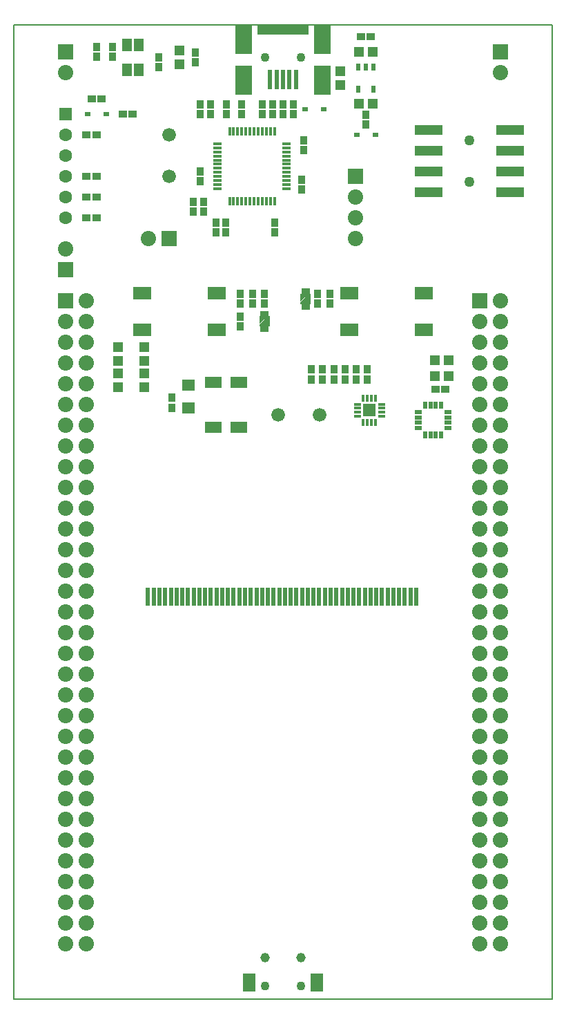
<source format=gts>
G04 Layer_Color=8388736*
%FSLAX43Y43*%
%MOMM*%
G71*
G01*
G75*
%ADD41C,0.127*%
%ADD79R,0.550X0.950*%
%ADD80R,0.950X0.550*%
%ADD81R,0.862X1.040*%
%ADD82R,6.300X1.300*%
%ADD83R,2.100X3.600*%
%ADD84R,0.608X2.400*%
%ADD85R,1.040X0.862*%
%ADD86R,1.300X1.200*%
%ADD87R,0.700X0.550*%
%ADD88R,1.200X1.300*%
%ADD89R,1.200X1.600*%
%ADD90R,1.116X0.913*%
%ADD91R,0.506X0.862*%
%ADD92R,2.260X1.620*%
%ADD93R,3.500X1.300*%
%ADD94R,1.624X1.370*%
%ADD95R,2.100X1.400*%
%ADD96R,1.100X0.300*%
%ADD97R,0.300X1.100*%
%ADD98R,0.500X2.300*%
%ADD99R,1.600X1.600*%
%ADD100R,0.400X0.900*%
%ADD101R,0.900X0.400*%
%ADD102R,1.878X1.878*%
%ADD103C,1.878*%
%ADD104C,1.100*%
%ADD105C,1.675*%
%ADD106C,1.600*%
%ADD107R,1.600X1.600*%
%ADD108C,1.268*%
%ADD109R,1.878X1.878*%
%ADD110C,1.150*%
%ADD111C,1.100*%
%ADD112R,1.500X2.300*%
G36*
X31360Y82670D02*
X30750Y83279D01*
X30140Y82670D01*
Y83635D01*
X31360D01*
Y82670D01*
D02*
G37*
G36*
Y82619D02*
Y82365D01*
X30140D01*
Y82619D01*
X30750Y83229D01*
X31360Y82619D01*
D02*
G37*
G36*
X36360Y85420D02*
X35750Y86029D01*
X35140Y85420D01*
Y86385D01*
X36360D01*
Y85420D01*
D02*
G37*
G36*
Y85369D02*
Y85115D01*
X35140D01*
Y85369D01*
X35750Y85979D01*
X36360Y85369D01*
D02*
G37*
D41*
X0Y0D02*
Y119300D01*
X66000D01*
Y0D02*
Y119300D01*
X0Y0D02*
X66000D01*
D79*
X50440Y72700D02*
D03*
X51090D02*
D03*
X51740D02*
D03*
X52390D02*
D03*
Y69100D02*
D03*
X51740D02*
D03*
X51090D02*
D03*
X50440D02*
D03*
D80*
X53215Y71875D02*
D03*
Y71225D02*
D03*
Y70575D02*
D03*
Y69925D02*
D03*
X49615D02*
D03*
Y70575D02*
D03*
Y71225D02*
D03*
Y71875D02*
D03*
D81*
X27750Y86350D02*
D03*
Y85150D02*
D03*
X22205Y114725D02*
D03*
Y115925D02*
D03*
X37250Y85150D02*
D03*
Y86350D02*
D03*
X43160Y108305D02*
D03*
Y107105D02*
D03*
X30750Y86350D02*
D03*
Y85150D02*
D03*
X33000Y108375D02*
D03*
Y109575D02*
D03*
X24750Y93900D02*
D03*
Y95100D02*
D03*
X17760Y115290D02*
D03*
Y114090D02*
D03*
X22000Y97600D02*
D03*
Y96400D02*
D03*
X35540Y103930D02*
D03*
Y105130D02*
D03*
X26015Y109575D02*
D03*
Y108375D02*
D03*
X31730D02*
D03*
Y109575D02*
D03*
X38750Y85150D02*
D03*
Y86350D02*
D03*
X23250Y97600D02*
D03*
Y96400D02*
D03*
X10140Y116560D02*
D03*
Y115360D02*
D03*
X12045Y116560D02*
D03*
Y115360D02*
D03*
X19406Y72425D02*
D03*
Y73625D02*
D03*
X27750Y82400D02*
D03*
Y83600D02*
D03*
X22840Y108375D02*
D03*
Y109575D02*
D03*
Y101320D02*
D03*
Y100120D02*
D03*
X30460Y108375D02*
D03*
Y109575D02*
D03*
X26000Y93900D02*
D03*
Y95100D02*
D03*
X24110Y108375D02*
D03*
Y109575D02*
D03*
X32000Y93900D02*
D03*
Y95100D02*
D03*
X34270Y108375D02*
D03*
Y109575D02*
D03*
X29250Y86350D02*
D03*
Y85150D02*
D03*
X27920Y108375D02*
D03*
Y109575D02*
D03*
X35250Y100350D02*
D03*
Y99150D02*
D03*
X36500Y77100D02*
D03*
Y75900D02*
D03*
X37847Y77100D02*
D03*
Y75900D02*
D03*
X39250Y77100D02*
D03*
Y75900D02*
D03*
X40600Y77100D02*
D03*
Y75900D02*
D03*
X41965Y75900D02*
D03*
Y77100D02*
D03*
X43310Y77093D02*
D03*
Y75893D02*
D03*
D82*
X33000Y118675D02*
D03*
D83*
X37847Y117525D02*
D03*
Y112525D02*
D03*
X28147Y117525D02*
D03*
Y112525D02*
D03*
D84*
X31397Y112575D02*
D03*
X32197D02*
D03*
X32997D02*
D03*
X33797D02*
D03*
X34597D02*
D03*
D85*
X10105Y98180D02*
D03*
X8905D02*
D03*
X14550Y108340D02*
D03*
X13350D02*
D03*
X10105Y100720D02*
D03*
X8905D02*
D03*
X10105Y95640D02*
D03*
X8905D02*
D03*
X10740Y110245D02*
D03*
X9540D02*
D03*
X43760Y117865D02*
D03*
X42560D02*
D03*
X10105Y105800D02*
D03*
X8905D02*
D03*
X52900Y74700D02*
D03*
X51700D02*
D03*
D86*
X12750Y78150D02*
D03*
Y79850D02*
D03*
Y76600D02*
D03*
Y74900D02*
D03*
X20300Y116175D02*
D03*
Y114475D02*
D03*
X16000Y78150D02*
D03*
Y79850D02*
D03*
X39985Y113635D02*
D03*
Y111935D02*
D03*
X16000Y76600D02*
D03*
Y74900D02*
D03*
D87*
X8997Y108340D02*
D03*
X11283D02*
D03*
X44303Y105800D02*
D03*
X42017D02*
D03*
X35667Y108975D02*
D03*
X37953D02*
D03*
D88*
X44010Y115960D02*
D03*
X42310D02*
D03*
X51650Y78200D02*
D03*
X53350D02*
D03*
X53300Y76300D02*
D03*
X51600D02*
D03*
X44010Y109610D02*
D03*
X42310D02*
D03*
D89*
X13835Y113825D02*
D03*
Y116825D02*
D03*
X15335D02*
D03*
Y113825D02*
D03*
D90*
X35750Y84861D02*
D03*
Y86576D02*
D03*
X30750Y82111D02*
D03*
Y83826D02*
D03*
D91*
X44110Y114135D02*
D03*
X43160D02*
D03*
X42210D02*
D03*
Y111435D02*
D03*
X44110D02*
D03*
D92*
X50250Y86460D02*
D03*
Y81960D02*
D03*
X41150D02*
D03*
Y86460D02*
D03*
X24850Y81960D02*
D03*
Y86460D02*
D03*
X15750D02*
D03*
Y81960D02*
D03*
D93*
X60860Y106435D02*
D03*
X50860D02*
D03*
X60860Y103895D02*
D03*
X50860Y103895D02*
D03*
X60860Y101355D02*
D03*
X50860D02*
D03*
X60860Y98815D02*
D03*
X50860D02*
D03*
D94*
X21400Y72403D02*
D03*
Y75197D02*
D03*
D95*
X24415Y70030D02*
D03*
Y75530D02*
D03*
X27615D02*
D03*
Y70030D02*
D03*
D96*
X24940Y104740D02*
D03*
Y104240D02*
D03*
Y103740D02*
D03*
Y103240D02*
D03*
Y102740D02*
D03*
Y102240D02*
D03*
Y101740D02*
D03*
Y101240D02*
D03*
Y100740D02*
D03*
Y100240D02*
D03*
Y99740D02*
D03*
Y99240D02*
D03*
X33440D02*
D03*
Y99740D02*
D03*
Y100240D02*
D03*
Y100740D02*
D03*
Y101240D02*
D03*
Y101740D02*
D03*
Y102240D02*
D03*
Y102740D02*
D03*
Y103240D02*
D03*
Y103740D02*
D03*
Y104240D02*
D03*
Y104740D02*
D03*
D97*
X26440Y97740D02*
D03*
X26940D02*
D03*
X27440D02*
D03*
X27940D02*
D03*
X28440D02*
D03*
X28940D02*
D03*
X29440D02*
D03*
X29940D02*
D03*
X30440D02*
D03*
X30940D02*
D03*
X31440D02*
D03*
X31940D02*
D03*
Y106240D02*
D03*
X31440D02*
D03*
X30940D02*
D03*
X30440D02*
D03*
X29940D02*
D03*
X29440D02*
D03*
X28940D02*
D03*
X28440D02*
D03*
X27940D02*
D03*
X27440D02*
D03*
X26940D02*
D03*
X26440D02*
D03*
D98*
X16439Y49256D02*
D03*
X17139D02*
D03*
X17839D02*
D03*
X18539D02*
D03*
X19239D02*
D03*
X19939D02*
D03*
X20639D02*
D03*
X21339D02*
D03*
X22034Y49261D02*
D03*
X22739Y49256D02*
D03*
X23439D02*
D03*
X24139D02*
D03*
X24839D02*
D03*
X25539D02*
D03*
X26239D02*
D03*
X26939D02*
D03*
X27639D02*
D03*
X28339D02*
D03*
X29039D02*
D03*
X29739D02*
D03*
X30439D02*
D03*
X31139D02*
D03*
X31839D02*
D03*
X32539D02*
D03*
X33239D02*
D03*
X49339D02*
D03*
X48639D02*
D03*
X47939D02*
D03*
X47239D02*
D03*
X46539D02*
D03*
X45839D02*
D03*
X45139D02*
D03*
X44439D02*
D03*
X43739D02*
D03*
X43039D02*
D03*
X42339D02*
D03*
X41639D02*
D03*
X40939D02*
D03*
X40239D02*
D03*
X39539D02*
D03*
X38839D02*
D03*
X38139D02*
D03*
X37439D02*
D03*
X36739D02*
D03*
X36039D02*
D03*
X35339D02*
D03*
X34639D02*
D03*
X33939D02*
D03*
D99*
X43600Y72100D02*
D03*
D100*
X44350Y70600D02*
D03*
X43850D02*
D03*
X43350D02*
D03*
X42850D02*
D03*
Y73600D02*
D03*
X43350D02*
D03*
X43850D02*
D03*
X44350D02*
D03*
D101*
X42100Y71350D02*
D03*
Y71850D02*
D03*
Y72350D02*
D03*
Y72850D02*
D03*
X45100D02*
D03*
Y72350D02*
D03*
Y71850D02*
D03*
Y71350D02*
D03*
D102*
X41890Y100720D02*
D03*
X6330Y115960D02*
D03*
Y85480D02*
D03*
X57130D02*
D03*
X6330Y89290D02*
D03*
X59670Y115960D02*
D03*
D103*
X41890Y98180D02*
D03*
Y95640D02*
D03*
Y93100D02*
D03*
X6330Y113420D02*
D03*
X8870Y85480D02*
D03*
X6330Y82940D02*
D03*
X8870D02*
D03*
X6330Y80400D02*
D03*
X8870D02*
D03*
X6330Y77860D02*
D03*
X8870D02*
D03*
X6330Y75320D02*
D03*
X8870D02*
D03*
X6330Y72780D02*
D03*
X8870D02*
D03*
X6330Y70240D02*
D03*
X8870D02*
D03*
X6330Y67700D02*
D03*
X8870D02*
D03*
X6330Y65160D02*
D03*
X8870D02*
D03*
X6330Y62620D02*
D03*
X8870D02*
D03*
X6330Y60080D02*
D03*
X8870D02*
D03*
X6330Y57540D02*
D03*
X8870D02*
D03*
X6330Y55000D02*
D03*
X8870D02*
D03*
X6330Y52460D02*
D03*
X8870D02*
D03*
X6330Y49920D02*
D03*
X8870D02*
D03*
X6330Y47380D02*
D03*
X8870D02*
D03*
X6330Y44840D02*
D03*
X8870D02*
D03*
X6330Y42300D02*
D03*
X8870D02*
D03*
X6330Y39760D02*
D03*
X8870D02*
D03*
X6330Y37220D02*
D03*
X8870D02*
D03*
X6330Y34680D02*
D03*
X8870D02*
D03*
X6330Y32140D02*
D03*
X8870D02*
D03*
X6330Y29600D02*
D03*
X8870D02*
D03*
X6330Y27060D02*
D03*
X8870D02*
D03*
X6330Y24520D02*
D03*
X8870D02*
D03*
X6330Y21980D02*
D03*
X8870D02*
D03*
X6330Y19440D02*
D03*
X8870D02*
D03*
X6330Y16900D02*
D03*
X8870D02*
D03*
X6330Y14360D02*
D03*
X8870D02*
D03*
X6330Y11820D02*
D03*
X8870D02*
D03*
X6330Y9280D02*
D03*
X8870D02*
D03*
X6330Y6740D02*
D03*
X8870D02*
D03*
X59670Y85480D02*
D03*
X57130Y82940D02*
D03*
X59670D02*
D03*
X57130Y80400D02*
D03*
X59670D02*
D03*
X57130Y77860D02*
D03*
X59670D02*
D03*
X57130Y75320D02*
D03*
X59670D02*
D03*
X57130Y72780D02*
D03*
X59670D02*
D03*
X57130Y70240D02*
D03*
X59670D02*
D03*
X57130Y67700D02*
D03*
X59670D02*
D03*
X57130Y65160D02*
D03*
X59670D02*
D03*
X57130Y62620D02*
D03*
X59670D02*
D03*
X57130Y60080D02*
D03*
X59670D02*
D03*
X57130Y57540D02*
D03*
X59670D02*
D03*
X57130Y55000D02*
D03*
X59670D02*
D03*
X57130Y52460D02*
D03*
X59670D02*
D03*
X57130Y49920D02*
D03*
X59670D02*
D03*
X57130Y47380D02*
D03*
X59670D02*
D03*
X57130Y44840D02*
D03*
X59670D02*
D03*
X57130Y42300D02*
D03*
X59670D02*
D03*
X57130Y39760D02*
D03*
X59670D02*
D03*
X57130Y37220D02*
D03*
X59670D02*
D03*
X57130Y34680D02*
D03*
X59670D02*
D03*
X57130Y32140D02*
D03*
X59670D02*
D03*
X57130Y29600D02*
D03*
X59670D02*
D03*
X57130Y27060D02*
D03*
X59670D02*
D03*
X57130Y24520D02*
D03*
X59670D02*
D03*
X57130Y21980D02*
D03*
X59670D02*
D03*
X57130Y19440D02*
D03*
X59670D02*
D03*
X57130Y16900D02*
D03*
X59670D02*
D03*
X57130Y14360D02*
D03*
X59670D02*
D03*
X57130Y11820D02*
D03*
X59670D02*
D03*
X57130Y9280D02*
D03*
X59670D02*
D03*
X57130Y6740D02*
D03*
X59670D02*
D03*
X6330Y91830D02*
D03*
X16490Y93100D02*
D03*
X59670Y113420D02*
D03*
D104*
X30800Y115325D02*
D03*
X35194D02*
D03*
X35225Y1575D02*
D03*
D105*
X19035Y100711D02*
D03*
Y105791D02*
D03*
X37509Y71505D02*
D03*
X32429D02*
D03*
D106*
X6330Y95640D02*
D03*
Y98180D02*
D03*
Y100720D02*
D03*
Y103260D02*
D03*
Y105800D02*
D03*
D107*
Y108340D02*
D03*
D108*
X55860Y105165D02*
D03*
Y100085D02*
D03*
D109*
X19030Y93100D02*
D03*
D110*
X30775Y5075D02*
D03*
X35225D02*
D03*
D111*
X30775Y1575D02*
D03*
D112*
X28825Y2050D02*
D03*
X37175D02*
D03*
M02*

</source>
